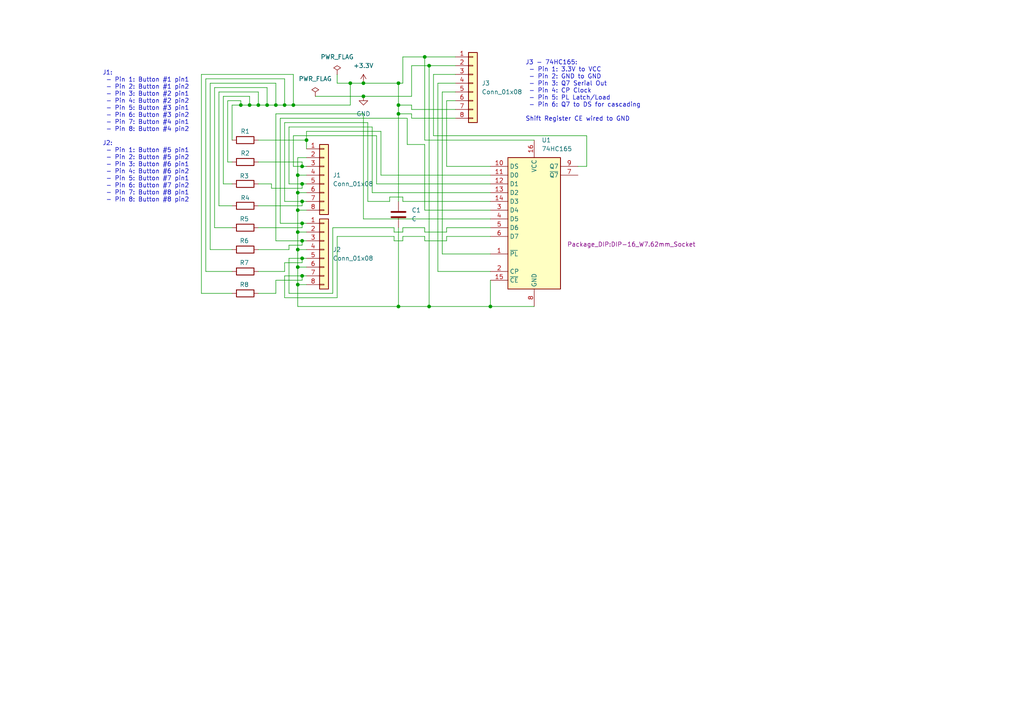
<source format=kicad_sch>
(kicad_sch (version 20250114) (generator "eeschema") (generator_version "9.0")
  (paper "A4")
  (lib_symbols
    (symbol "74xx:74HC165"
      (property "Reference" "U" (at -7.62 19.05 0))
      (property "Value" "74HC165" (at -7.62 -21.59 0))
      (symbol "74HC165_1_0"
        (pin input line (at -12.7 15.24 0) (length 5.08) (name "DS") (number "10"))
        (pin input line (at -12.7 12.7 0) (length 5.08) (name "D0") (number "11"))
        (pin input line (at -12.7 10.16 0) (length 5.08) (name "D1") (number "12"))
        (pin input line (at -12.7 7.62 0) (length 5.08) (name "D2") (number "13"))
        (pin input line (at -12.7 5.08 0) (length 5.08) (name "D3") (number "14"))
        (pin input line (at -12.7 2.54 0) (length 5.08) (name "D4") (number "3"))
        (pin input line (at -12.7 0 0) (length 5.08) (name "D5") (number "4"))
        (pin input line (at -12.7 -2.54 0) (length 5.08) (name "D6") (number "5"))
        (pin input line (at -12.7 -5.08 0) (length 5.08) (name "D7") (number "6"))
        (pin input line (at -12.7 -10.16 0) (length 5.08) (name "~{PL}") (number "1"))
        (pin input line (at -12.7 -15.24 0) (length 5.08) (name "CP") (number "2"))
        (pin input line (at -12.7 -17.78 0) (length 5.08) (name "~{CE}") (number "15"))
        (pin power_in line (at 0 22.86 270) (length 5.08) (name "VCC") (number "16"))
        (pin power_in line (at 0 -25.4 90) (length 5.08) (name "GND") (number "8"))
        (pin output line (at 12.7 15.24 180) (length 5.08) (name "Q7") (number "9"))
        (pin output line (at 12.7 12.7 180) (length 5.08) (name "~{Q7}") (number "7"))
      )
      (symbol "74HC165_1_1"
        (rectangle (start -7.62 17.78) (end 7.62 -20.32) (stroke (width 0.254)) (fill (type background)))
      )
    )
    (symbol "Connector_Generic:Conn_01x08" (pin_names (offset 1.016) (hide yes))
      (property "Reference" "J" (at 0 10.16 0))
      (property "Value" "Conn_01x08" (at 0 -12.7 0))
      (symbol "Conn_01x08_1_1"
        (rectangle (start -1.27 8.89) (end 1.27 -11.43) (stroke (width 0.254)) (fill (type background)))
        (rectangle (start -1.27 7.747) (end 0 7.493) (stroke (width 0.1524)))
        (rectangle (start -1.27 5.207) (end 0 4.953) (stroke (width 0.1524)))
        (rectangle (start -1.27 2.667) (end 0 2.413) (stroke (width 0.1524)))
        (rectangle (start -1.27 0.127) (end 0 -0.127) (stroke (width 0.1524)))
        (rectangle (start -1.27 -2.413) (end 0 -2.667) (stroke (width 0.1524)))
        (rectangle (start -1.27 -4.953) (end 0 -5.207) (stroke (width 0.1524)))
        (rectangle (start -1.27 -7.493) (end 0 -7.747) (stroke (width 0.1524)))
        (rectangle (start -1.27 -10.033) (end 0 -10.287) (stroke (width 0.1524)))
        (pin passive line (at -5.08 7.62 0) (length 3.81) (name "Pin_1") (number "1"))
        (pin passive line (at -5.08 5.08 0) (length 3.81) (name "Pin_2") (number "2"))
        (pin passive line (at -5.08 2.54 0) (length 3.81) (name "Pin_3") (number "3"))
        (pin passive line (at -5.08 0 0) (length 3.81) (name "Pin_4") (number "4"))
        (pin passive line (at -5.08 -2.54 0) (length 3.81) (name "Pin_5") (number "5"))
        (pin passive line (at -5.08 -5.08 0) (length 3.81) (name "Pin_6") (number "6"))
        (pin passive line (at -5.08 -7.62 0) (length 3.81) (name "Pin_7") (number "7"))
        (pin passive line (at -5.08 -10.16 0) (length 3.81) (name "Pin_8") (number "8"))
      )
    )
    (symbol "Device:C" (pin_numbers (hide yes)) (pin_names (offset 0.254))
      (property "Reference" "C" (at 0.635 2.54 0))
      (property "Value" "C" (at 0.635 -2.54 0))
      (symbol "C_0_1"
        (polyline (pts (xy -2.032 0.762) (xy 2.032 0.762)) (stroke (width 0.508)))
        (polyline (pts (xy -2.032 -0.762) (xy 2.032 -0.762)) (stroke (width 0.508)))
      )
      (symbol "C_1_1"
        (pin passive line (at 0 3.81 270) (length 2.794) (name "~") (number "1"))
        (pin passive line (at 0 -3.81 90) (length 2.794) (name "~") (number "2"))
      )
    )
    (symbol "Device:R" (pin_numbers (hide yes)) (pin_names (offset 0))
      (property "Reference" "R" (at 2.032 0 90))
      (property "Value" "R" (at 0 0 90))
      (symbol "R_0_1"
        (rectangle (start -1.016 -2.54) (end 1.016 2.54) (stroke (width 0.254)))
      )
      (symbol "R_1_1"
        (pin passive line (at 0 3.81 270) (length 1.27) (name "~") (number "1"))
        (pin passive line (at 0 -3.81 90) (length 1.27) (name "~") (number "2"))
      )
    )
    (symbol "power:+3.3V" (power) (pin_numbers (hide yes)) (pin_names (offset 0) (hide yes))
      (property "Value" "+3.3V" (at 0 3.556 0))
      (symbol "+3.3V_0_1"
        (polyline (pts (xy -0.762 1.27) (xy 0 2.54)))
        (polyline (pts (xy 0 2.54) (xy 0.762 1.27)))
        (polyline (pts (xy 0 0) (xy 0 2.54)))
      )
      (symbol "+3.3V_1_1"
        (pin power_in line (at 0 0 90) (length 0) (name "~") (number "1"))
      )
    )
    (symbol "power:GND" (power) (pin_numbers (hide yes)) (pin_names (offset 0) (hide yes))
      (property "Value" "GND" (at 0 -3.81 0))
      (symbol "GND_0_1"
        (polyline (pts (xy 0 0) (xy 0 -1.27) (xy 1.27 -1.27) (xy 0 -2.54) (xy -1.27 -1.27) (xy 0 -1.27)))
      )
      (symbol "GND_1_1"
        (pin power_in line (at 0 0 270) (length 0) (name "~") (number "1"))
      )
    )
    (symbol "power:PWR_FLAG" (power) (pin_numbers (hide yes)) (pin_names (offset 0) (hide yes))
      (property "Value" "PWR_FLAG" (at 0 3.81 0))
      (symbol "PWR_FLAG_0_0"
        (pin power_out line (at 0 0 90) (length 0) (name "~") (number "1"))
      )
      (symbol "PWR_FLAG_0_1"
        (polyline (pts (xy 0 0) (xy 0 1.27) (xy -1.016 1.905) (xy 0 2.54) (xy 1.016 1.905) (xy 0 1.27)))
      )
    )
  )
  (text "J1:\n - Pin 1: Button #1 pin1\n - Pin 2: Button #1 pin2\n - Pin 3: Button #2 pin1\n - Pin 4: Button #2 pin2\n - Pin 5: Button #3 pin1\n - Pin 6: Button #3 pin2\n - Pin 7: Button #4 pin1\n - Pin 8: Button #4 pin2\n\nJ2:\n - Pin 1: Button #5 pin1\n - Pin 2: Button #5 pin2\n - Pin 3: Button #6 pin1\n - Pin 4: Button #6 pin2\n - Pin 5: Button #7 pin1\n - Pin 6: Button #7 pin2\n - Pin 7: Button #8 pin1\n - Pin 8: Button #8 pin2\n\n" (at 29.718 40.64 0) (effects (font (size 1.27 1.27)) (justify left)))
  (text "J3 - 74HC165:\n - Pin 1: 3.3V to VCC\n - Pin 2: GND to GND\n - Pin 3: Q7 Serial Out\n - Pin 4: CP Clock\n - Pin 5: PL Latch/Load\n - Pin 6: Q7 to DS for cascading\n\nShift Register CE wired to GND\n\n" (at 152.4 27.432 0) (effects (font (size 1.27 1.27)) (justify left)))
  (junction (at 87.63 64.77))
  (junction (at 87.63 53.34))
  (junction (at 87.63 69.85))
  (junction (at 87.63 80.01))
  (junction (at 74.93 30.48))
  (junction (at 115.57 30.48))
  (junction (at 72.39 30.48))
  (junction (at 123.19 16.51))
  (junction (at 105.41 24.13))
  (junction (at 86.36 72.39))
  (junction (at 86.36 50.8))
  (junction (at 85.09 30.48))
  (junction (at 86.36 82.55))
  (junction (at 86.36 60.96))
  (junction (at 86.36 77.47))
  (junction (at 87.63 58.42))
  (junction (at 87.63 48.26))
  (junction (at 69.85 30.48))
  (junction (at 115.57 24.13))
  (junction (at 87.63 74.93))
  (junction (at 86.36 55.88))
  (junction (at 88.9 40.64))
  (junction (at 82.55 30.48))
  (junction (at 86.36 67.31))
  (junction (at 80.01 30.48))
  (junction (at 101.6 24.13))
  (junction (at 115.57 33.02))
  (junction (at 77.47 30.48))
  (junction (at 142.24 88.9))
  (junction (at 124.46 88.9))
  (junction (at 115.57 88.9))
  (junction (at 105.41 27.94))
  (junction (at 124.46 19.05))
  (wire (pts (xy 60.96 72.39) (xy 60.96 24.13)))
  (wire (pts (xy 132.08 31.75) (xy 119.38 31.75)))
  (wire (pts (xy 132.08 34.29) (xy 119.38 34.29)))
  (wire (pts (xy 129.54 29.21) (xy 132.08 29.21)))
  (wire (pts (xy 115.57 33.02) (xy 115.57 58.42)))
  (wire (pts (xy 87.63 71.12) (xy 87.63 69.85)))
  (wire (pts (xy 88.9 72.39) (xy 86.36 72.39)))
  (wire (pts (xy 87.63 74.93) (xy 88.9 74.93)))
  (wire (pts (xy 167.64 48.26) (xy 170.18 48.26)))
  (wire (pts (xy 72.39 30.48) (xy 74.93 30.48)))
  (wire (pts (xy 69.85 29.21) (xy 69.85 30.48)))
  (wire (pts (xy 116.84 24.13) (xy 116.84 16.51)))
  (wire (pts (xy 66.04 46.99) (xy 66.04 29.21)))
  (wire (pts (xy 82.55 22.86) (xy 82.55 30.48)))
  (wire (pts (xy 105.41 63.5) (xy 105.41 33.02)))
  (wire (pts (xy 83.82 53.34) (xy 87.63 53.34)))
  (wire (pts (xy 123.19 41.91) (xy 118.11 41.91)))
  (wire (pts (xy 115.57 24.13) (xy 116.84 24.13)))
  (wire (pts (xy 66.04 29.21) (xy 69.85 29.21)))
  (wire (pts (xy 170.18 39.37) (xy 125.73 39.37)))
  (wire (pts (xy 142.24 81.28) (xy 142.24 88.9)))
  (wire (pts (xy 88.9 38.1) (xy 88.9 40.64)))
  (wire (pts (xy 105.41 27.94) (xy 119.38 27.94)))
  (wire (pts (xy 116.84 16.51) (xy 123.19 16.51)))
  (wire (pts (xy 88.9 55.88) (xy 86.36 55.88)))
  (wire (pts (xy 142.24 88.9) (xy 124.46 88.9)))
  (wire (pts (xy 83.82 72.39) (xy 83.82 71.12)))
  (wire (pts (xy 113.03 57.15) (xy 113.03 58.42)))
  (wire (pts (xy 129.54 69.85) (xy 123.19 69.85)))
  (wire (pts (xy 115.57 24.13) (xy 115.57 30.48)))
  (wire (pts (xy 80.01 81.28) (xy 87.63 81.28)))
  (wire (pts (xy 123.19 16.51) (xy 123.19 40.64)))
  (wire (pts (xy 88.9 40.64) (xy 88.9 43.18)))
  (wire (pts (xy 67.31 85.09) (xy 58.42 85.09)))
  (wire (pts (xy 114.3 67.31) (xy 114.3 66.04)))
  (wire (pts (xy 74.93 30.48) (xy 77.47 30.48)))
  (wire (pts (xy 119.38 33.02) (xy 115.57 33.02)))
  (wire (pts (xy 86.36 50.8) (xy 86.36 55.88)))
  (wire (pts (xy 110.49 38.1) (xy 88.9 38.1)))
  (wire (pts (xy 170.18 48.26) (xy 170.18 39.37)))
  (wire (pts (xy 114.3 69.85) (xy 114.3 68.58)))
  (wire (pts (xy 119.38 19.05) (xy 124.46 19.05)))
  (wire (pts (xy 87.63 80.01) (xy 88.9 80.01)))
  (wire (pts (xy 123.19 66.04) (xy 116.84 66.04)))
  (wire (pts (xy 58.42 21.59) (xy 85.09 21.59)))
  (wire (pts (xy 62.23 66.04) (xy 62.23 25.4)))
  (wire (pts (xy 154.94 40.64) (xy 123.19 40.64)))
  (wire (pts (xy 86.36 88.9) (xy 86.36 82.55)))
  (wire (pts (xy 105.41 24.13) (xy 115.57 24.13)))
  (wire (pts (xy 142.24 50.8) (xy 110.49 50.8)))
  (wire (pts (xy 142.24 60.96) (xy 123.19 60.96)))
  (wire (pts (xy 96.52 85.09) (xy 83.82 85.09)))
  (wire (pts (xy 128.27 26.67) (xy 132.08 26.67)))
  (wire (pts (xy 63.5 59.69) (xy 63.5 26.67)))
  (wire (pts (xy 74.93 53.34) (xy 78.74 53.34)))
  (wire (pts (xy 87.63 58.42) (xy 87.63 59.69)))
  (wire (pts (xy 74.93 72.39) (xy 83.82 72.39)))
  (wire (pts (xy 115.57 30.48) (xy 115.57 33.02)))
  (wire (pts (xy 116.84 66.04) (xy 116.84 67.31)))
  (wire (pts (xy 83.82 36.83) (xy 83.82 53.34)))
  (wire (pts (xy 74.93 66.04) (xy 87.63 66.04)))
  (wire (pts (xy 87.63 76.2) (xy 87.63 74.93)))
  (wire (pts (xy 123.19 68.58) (xy 116.84 68.58)))
  (wire (pts (xy 82.55 80.01) (xy 87.63 80.01)))
  (wire (pts (xy 142.24 73.66) (xy 128.27 73.66)))
  (wire (pts (xy 67.31 30.48) (xy 69.85 30.48)))
  (wire (pts (xy 123.19 69.85) (xy 123.19 68.58)))
  (wire (pts (xy 85.09 21.59) (xy 85.09 30.48)))
  (wire (pts (xy 124.46 19.05) (xy 132.08 19.05)))
  (wire (pts (xy 85.09 48.26) (xy 87.63 48.26)))
  (wire (pts (xy 87.63 53.34) (xy 87.63 54.61)))
  (wire (pts (xy 69.85 30.48) (xy 72.39 30.48)))
  (wire (pts (xy 59.69 78.74) (xy 59.69 22.86)))
  (wire (pts (xy 129.54 66.04) (xy 129.54 67.31)))
  (wire (pts (xy 64.77 53.34) (xy 64.77 27.94)))
  (wire (pts (xy 127 78.74) (xy 127 24.13)))
  (wire (pts (xy 142.24 55.88) (xy 107.95 55.88)))
  (wire (pts (xy 74.93 78.74) (xy 82.55 78.74)))
  (wire (pts (xy 74.93 59.69) (xy 87.63 59.69)))
  (wire (pts (xy 142.24 48.26) (xy 129.54 48.26)))
  (wire (pts (xy 87.63 64.77) (xy 88.9 64.77)))
  (wire (pts (xy 123.19 67.31) (xy 123.19 66.04)))
  (wire (pts (xy 86.36 82.55) (xy 88.9 82.55)))
  (wire (pts (xy 142.24 63.5) (xy 105.41 63.5)))
  (wire (pts (xy 86.36 55.88) (xy 86.36 60.96)))
  (wire (pts (xy 110.49 50.8) (xy 110.49 38.1)))
  (wire (pts (xy 142.24 78.74) (xy 127 78.74)))
  (wire (pts (xy 82.55 78.74) (xy 82.55 76.2)))
  (wire (pts (xy 67.31 46.99) (xy 66.04 46.99)))
  (wire (pts (xy 81.28 64.77) (xy 87.63 64.77)))
  (wire (pts (xy 82.55 58.42) (xy 87.63 58.42)))
  (wire (pts (xy 106.68 35.56) (xy 82.55 35.56)))
  (wire (pts (xy 74.93 26.67) (xy 74.93 30.48)))
  (wire (pts (xy 97.79 68.58) (xy 97.79 86.36)))
  (wire (pts (xy 119.38 31.75) (xy 119.38 30.48)))
  (wire (pts (xy 129.54 68.58) (xy 129.54 69.85)))
  (wire (pts (xy 72.39 27.94) (xy 72.39 30.48)))
  (wire (pts (xy 109.22 53.34) (xy 109.22 39.37)))
  (wire (pts (xy 88.9 77.47) (xy 86.36 77.47)))
  (wire (pts (xy 77.47 25.4) (xy 77.47 30.48)))
  (wire (pts (xy 88.9 45.72) (xy 86.36 45.72)))
  (wire (pts (xy 74.93 40.64) (xy 88.9 40.64)))
  (wire (pts (xy 74.93 85.09) (xy 80.01 85.09)))
  (wire (pts (xy 82.55 30.48) (xy 85.09 30.48)))
  (wire (pts (xy 97.79 24.13) (xy 101.6 24.13)))
  (wire (pts (xy 124.46 88.9) (xy 124.46 19.05)))
  (wire (pts (xy 123.19 60.96) (xy 123.19 41.91)))
  (wire (pts (xy 127 24.13) (xy 132.08 24.13)))
  (wire (pts (xy 129.54 67.31) (xy 123.19 67.31)))
  (wire (pts (xy 107.95 36.83) (xy 83.82 36.83)))
  (wire (pts (xy 82.55 35.56) (xy 82.55 58.42)))
  (wire (pts (xy 114.3 68.58) (xy 97.79 68.58)))
  (wire (pts (xy 97.79 86.36) (xy 82.55 86.36)))
  (wire (pts (xy 81.28 34.29) (xy 81.28 64.77)))
  (wire (pts (xy 85.09 30.48) (xy 101.6 30.48)))
  (wire (pts (xy 142.24 58.42) (xy 116.84 58.42)))
  (wire (pts (xy 87.63 46.99) (xy 87.63 48.26)))
  (wire (pts (xy 59.69 22.86) (xy 82.55 22.86)))
  (wire (pts (xy 116.84 58.42) (xy 116.84 57.15)))
  (wire (pts (xy 88.9 50.8) (xy 86.36 50.8)))
  (wire (pts (xy 83.82 74.93) (xy 87.63 74.93)))
  (wire (pts (xy 82.55 76.2) (xy 87.63 76.2)))
  (wire (pts (xy 114.3 66.04) (xy 96.52 66.04)))
  (wire (pts (xy 78.74 53.34) (xy 78.74 54.61)))
  (wire (pts (xy 87.63 81.28) (xy 87.63 80.01)))
  (wire (pts (xy 119.38 30.48) (xy 115.57 30.48)))
  (wire (pts (xy 60.96 24.13) (xy 80.01 24.13)))
  (wire (pts (xy 109.22 39.37) (xy 85.09 39.37)))
  (wire (pts (xy 62.23 25.4) (xy 77.47 25.4)))
  (wire (pts (xy 116.84 67.31) (xy 114.3 67.31)))
  (wire (pts (xy 80.01 30.48) (xy 82.55 30.48)))
  (wire (pts (xy 101.6 24.13) (xy 105.41 24.13)))
  (wire (pts (xy 86.36 60.96) (xy 86.36 67.31)))
  (wire (pts (xy 86.36 45.72) (xy 86.36 50.8)))
  (wire (pts (xy 87.63 58.42) (xy 88.9 58.42)))
  (wire (pts (xy 80.01 85.09) (xy 80.01 81.28)))
  (wire (pts (xy 86.36 88.9) (xy 115.57 88.9)))
  (wire (pts (xy 107.95 55.88) (xy 107.95 36.83)))
  (wire (pts (xy 86.36 67.31) (xy 86.36 72.39)))
  (wire (pts (xy 101.6 30.48) (xy 101.6 24.13)))
  (wire (pts (xy 125.73 21.59) (xy 132.08 21.59)))
  (wire (pts (xy 83.82 85.09) (xy 83.82 74.93)))
  (wire (pts (xy 87.63 48.26) (xy 88.9 48.26)))
  (wire (pts (xy 87.63 64.77) (xy 87.63 66.04)))
  (wire (pts (xy 77.47 30.48) (xy 80.01 30.48)))
  (wire (pts (xy 80.01 24.13) (xy 80.01 30.48)))
  (wire (pts (xy 142.24 53.34) (xy 109.22 53.34)))
  (wire (pts (xy 88.9 67.31) (xy 86.36 67.31)))
  (wire (pts (xy 58.42 85.09) (xy 58.42 21.59)))
  (wire (pts (xy 83.82 71.12) (xy 87.63 71.12)))
  (wire (pts (xy 67.31 66.04) (xy 62.23 66.04)))
  (wire (pts (xy 80.01 33.02) (xy 80.01 69.85)))
  (wire (pts (xy 96.52 66.04) (xy 96.52 85.09)))
  (wire (pts (xy 119.38 34.29) (xy 119.38 33.02)))
  (wire (pts (xy 88.9 60.96) (xy 86.36 60.96)))
  (wire (pts (xy 118.11 34.29) (xy 81.28 34.29)))
  (wire (pts (xy 116.84 57.15) (xy 113.03 57.15)))
  (wire (pts (xy 80.01 69.85) (xy 87.63 69.85)))
  (wire (pts (xy 67.31 40.64) (xy 67.31 30.48)))
  (wire (pts (xy 74.93 46.99) (xy 87.63 46.99)))
  (wire (pts (xy 129.54 48.26) (xy 129.54 29.21)))
  (wire (pts (xy 115.57 66.04) (xy 115.57 88.9)))
  (wire (pts (xy 85.09 39.37) (xy 85.09 48.26)))
  (wire (pts (xy 115.57 88.9) (xy 124.46 88.9)))
  (wire (pts (xy 116.84 69.85) (xy 114.3 69.85)))
  (wire (pts (xy 67.31 59.69) (xy 63.5 59.69)))
  (wire (pts (xy 105.41 33.02) (xy 80.01 33.02)))
  (wire (pts (xy 123.19 16.51) (xy 132.08 16.51)))
  (wire (pts (xy 82.55 86.36) (xy 82.55 80.01)))
  (wire (pts (xy 91.44 27.94) (xy 105.41 27.94)))
  (wire (pts (xy 86.36 72.39) (xy 86.36 77.47)))
  (wire (pts (xy 142.24 68.58) (xy 129.54 68.58)))
  (wire (pts (xy 106.68 58.42) (xy 113.03 58.42)))
  (wire (pts (xy 106.68 58.42) (xy 106.68 35.56)))
  (wire (pts (xy 154.94 88.9) (xy 142.24 88.9)))
  (wire (pts (xy 116.84 68.58) (xy 116.84 69.85)))
  (wire (pts (xy 97.79 24.13) (xy 97.79 21.59)))
  (wire (pts (xy 125.73 39.37) (xy 125.73 21.59)))
  (wire (pts (xy 67.31 53.34) (xy 64.77 53.34)))
  (wire (pts (xy 67.31 78.74) (xy 59.69 78.74)))
  (wire (pts (xy 63.5 26.67) (xy 74.93 26.67)))
  (wire (pts (xy 87.63 69.85) (xy 88.9 69.85)))
  (wire (pts (xy 119.38 27.94) (xy 119.38 19.05)))
  (wire (pts (xy 64.77 27.94) (xy 72.39 27.94)))
  (wire (pts (xy 128.27 73.66) (xy 128.27 26.67)))
  (wire (pts (xy 118.11 41.91) (xy 118.11 34.29)))
  (wire (pts (xy 67.31 72.39) (xy 60.96 72.39)))
  (wire (pts (xy 87.63 53.34) (xy 88.9 53.34)))
  (wire (pts (xy 142.24 66.04) (xy 129.54 66.04)))
  (wire (pts (xy 78.74 54.61) (xy 87.63 54.61)))
  (wire (pts (xy 86.36 77.47) (xy 86.36 82.55)))
  (symbol (lib_id "Device:R") (at 71.12 85.09 90) (unit 1)
    (property "Reference" "R8" (at 70.866 82.55 90))
    (property "Value" "R" (effects (hide yes)))
    (property "Footprint" "Resistor_THT:R_Axial_DIN0207_L6.3mm_D2.5mm_P7.62mm_Horizontal" (effects (hide yes)))
    (property "Description" "Resistor" (effects (hide yes)))
  )
  (symbol (lib_id "Device:C") (at 115.57 62.23 0) (unit 1)
    (property "Reference" "C1" (at 119.38 60.9599 0) (effects (justify left)))
    (property "Value" "C" (at 119.38 63.4999 0) (effects (justify left)))
    (property "Footprint" "Capacitor_THT:CP_Radial_Tantal_D5.5mm_P2.50mm" (effects (hide yes)))
    (property "Description" "Unpolarized capacitor" (effects (hide yes)))
  )
  (symbol (lib_id "Device:R") (at 71.12 66.04 90) (unit 1)
    (property "Reference" "R5" (at 70.866 63.5 90))
    (property "Value" "R" (effects (hide yes)))
    (property "Footprint" "Resistor_THT:R_Axial_DIN0207_L6.3mm_D2.5mm_P7.62mm_Horizontal" (effects (hide yes)))
    (property "Description" "Resistor" (effects (hide yes)))
  )
  (symbol (lib_id "Device:R") (at 71.12 40.64 90) (unit 1)
    (property "Reference" "R1" (at 71.12 38.1 90))
    (property "Value" "R" (effects (hide yes)))
    (property "Footprint" "Resistor_THT:R_Axial_DIN0207_L6.3mm_D2.5mm_P7.62mm_Horizontal" (effects (hide yes)))
    (property "Description" "Resistor" (effects (hide yes)))
  )
  (symbol (lib_id "power:PWR_FLAG") (at 91.44 27.94 0) (unit 1)
    (property "Reference" "#FLG01" (effects (hide yes)))
    (property "Value" "PWR_FLAG" (at 91.44 22.86 0))
    (property "Description" "Special symbol for telling ERC where power comes from" (effects (hide yes)))
  )
  (symbol (lib_id "power:+3.3V") (at 105.41 24.13 0) (unit 1)
    (property "Reference" "#PWR01" (effects (hide yes)))
    (property "Value" "+3.3V" (at 105.41 19.05 0))
    (property "Description" "Power symbol creates a global label with name \"+3.3V\"" (effects (hide yes)))
  )
  (symbol (lib_id "Connector_Generic:Conn_01x08") (at 93.98 72.39 0) (unit 1)
    (property "Reference" "J2" (at 96.52 72.3899 0) (effects (justify left)))
    (property "Value" "Conn_01x08" (at 96.52 74.9299 0) (effects (justify left)))
    (property "Footprint" "Connector_PinHeader_2.54mm:PinHeader_1x08_P2.54mm_Vertical" (effects (hide yes)))
    (property "Description" "Generic connector, single row, 01x08, script generated (kicad-library-utils/schlib/autogen/connector/)" (effects (hide yes)))
  )
  (symbol (lib_id "Device:R") (at 71.12 59.69 90) (unit 1)
    (property "Reference" "R4" (at 71.12 57.404 90))
    (property "Value" "R" (effects (hide yes)))
    (property "Footprint" "Resistor_THT:R_Axial_DIN0207_L6.3mm_D2.5mm_P7.62mm_Horizontal" (effects (hide yes)))
    (property "Description" "Resistor" (effects (hide yes)))
  )
  (symbol (lib_id "Connector_Generic:Conn_01x08") (at 93.98 50.8 0) (unit 1)
    (property "Reference" "J1" (at 96.52 50.7999 0) (effects (justify left)))
    (property "Value" "Conn_01x08" (at 96.52 53.3399 0) (effects (justify left)))
    (property "Footprint" "Connector_PinHeader_2.54mm:PinHeader_1x08_P2.54mm_Vertical" (effects (hide yes)))
    (property "Description" "Generic connector, single row, 01x08, script generated (kicad-library-utils/schlib/autogen/connector/)" (effects (hide yes)))
  )
  (symbol (lib_id "74xx:74HC165") (at 154.94 63.5 0) (unit 1)
    (property "Reference" "U1" (at 157.0833 40.64 0) (effects (justify left)))
    (property "Value" "74HC165" (at 157.0833 43.18 0) (effects (justify left)))
    (property "Footprint" "Package_DIP:DIP-16_W7.62mm_Socket" (at 183.134 70.866 0))
    (property "Datasheet" "https://assets.nexperia.com/documents/data-sheet/74HC_HCT165.pdf" (effects (hide yes)))
    (property "Description" "Shift Register, 8-bit, Parallel Load" (effects (hide yes)))
  )
  (symbol (lib_id "Device:R") (at 71.12 78.74 90) (unit 1)
    (property "Reference" "R7" (at 70.866 76.2 90))
    (property "Value" "R" (effects (hide yes)))
    (property "Footprint" "Resistor_THT:R_Axial_DIN0207_L6.3mm_D2.5mm_P7.62mm_Horizontal" (effects (hide yes)))
    (property "Description" "Resistor" (effects (hide yes)))
  )
  (symbol (lib_id "power:PWR_FLAG") (at 97.79 21.59 0) (unit 1)
    (property "Reference" "#FLG02" (effects (hide yes)))
    (property "Value" "PWR_FLAG" (at 97.79 16.51 0))
    (property "Description" "Special symbol for telling ERC where power comes from" (effects (hide yes)))
  )
  (symbol (lib_id "Connector_Generic:Conn_01x08") (at 137.16 24.13 0) (unit 1)
    (property "Reference" "J3" (at 139.7 24.1299 0) (effects (justify left)))
    (property "Value" "Conn_01x08" (at 139.7 26.6699 0) (effects (justify left)))
    (property "Footprint" "Connector_PinHeader_2.54mm:PinHeader_1x08_P2.54mm_Vertical" (effects (hide yes)))
    (property "Description" "Generic connector, single row, 01x08, script generated (kicad-library-utils/schlib/autogen/connector/)" (effects (hide yes)))
  )
  (symbol (lib_id "power:GND") (at 105.41 27.94 0) (unit 1)
    (property "Reference" "#PWR02" (effects (hide yes)))
    (property "Value" "GND" (at 105.41 33.02 0))
    (property "Description" "Power symbol creates a global label with name \"GND\" , ground" (effects (hide yes)))
  )
  (symbol (lib_id "Device:R") (at 71.12 46.99 90) (unit 1)
    (property "Reference" "R2" (at 71.12 44.45 90))
    (property "Value" "R" (effects (hide yes)))
    (property "Footprint" "Resistor_THT:R_Axial_DIN0207_L6.3mm_D2.5mm_P7.62mm_Horizontal" (effects (hide yes)))
    (property "Description" "Resistor" (effects (hide yes)))
  )
  (symbol (lib_id "Device:R") (at 71.12 72.39 90) (unit 1)
    (property "Reference" "R6" (at 70.866 69.85 90))
    (property "Value" "R" (effects (hide yes)))
    (property "Footprint" "Resistor_THT:R_Axial_DIN0207_L6.3mm_D2.5mm_P7.62mm_Horizontal" (effects (hide yes)))
    (property "Description" "Resistor" (effects (hide yes)))
  )
  (symbol (lib_id "Device:R") (at 71.12 53.34 90) (unit 1)
    (property "Reference" "R3" (at 70.866 51.054 90))
    (property "Value" "R" (effects (hide yes)))
    (property "Footprint" "Resistor_THT:R_Axial_DIN0207_L6.3mm_D2.5mm_P7.62mm_Horizontal" (effects (hide yes)))
    (property "Description" "Resistor" (effects (hide yes)))
  )
)
</source>
